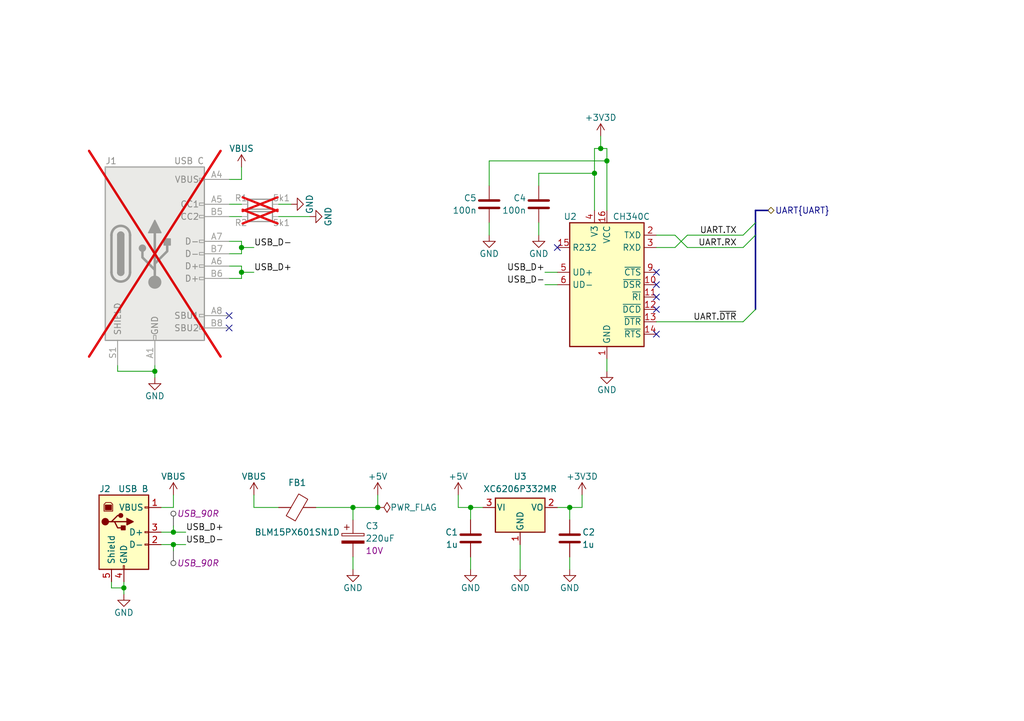
<source format=kicad_sch>
(kicad_sch (version 20231120) (generator "eeschema") (generator_version "8.0")
  (paper "A5")
  (title_block (title "USB Connector and USB->UART Bridge") (date "2024-05-13") (rev "x") (comment 2 "CERN-OHL-W-2.0") (comment 3 "xxxxxxxx") (comment 4 "Filip Piórski"))
  (lib_symbols
    (symbol "Connector:USB_B" (pin_names (offset 1.016))
      (property "Reference" "J" (at -5.08 11.43 0))
      (property "Value" "USB_B" (at -5.08 8.89 0))
      (symbol "USB_B_0_1"
        (rectangle (start -5.08 -7.62) (end 5.08 7.62) (stroke (width 0.254)) (fill (type background)))
        (circle (center -3.81 2.159) (radius 0.635) (stroke (width 0.254)) (fill (type outline)))
        (rectangle (start -3.81 5.588) (end -2.54 4.572) (fill (type outline)))
        (circle (center -0.635 3.429) (radius 0.381) (stroke (width 0.254)) (fill (type outline)))
        (rectangle (start -0.127 -7.62) (end 0.127 -6.858))
        (polyline (pts (xy -1.905 2.159) (xy 0.635 2.159)) (stroke (width 0.254)))
        (polyline (pts (xy -3.175 2.159) (xy -2.54 2.159) (xy -1.27 3.429) (xy -0.635 3.429)) (stroke (width 0.254)))
        (polyline (pts (xy -2.54 2.159) (xy -1.905 2.159) (xy -1.27 0.889) (xy 0 0.889)) (stroke (width 0.254)))
        (polyline (pts (xy 0.635 2.794) (xy 0.635 1.524) (xy 1.905 2.159) (xy 0.635 2.794)) (stroke (width 0.254)) (fill (type outline)))
        (polyline (pts (xy -4.064 4.318) (xy -2.286 4.318) (xy -2.286 5.715) (xy -2.667 6.096) (xy -3.683 6.096) (xy -4.064 5.715) (xy -4.064 4.318)))
        (rectangle (start 0.254 1.27) (end -0.508 0.508) (stroke (width 0.254)) (fill (type outline)))
        (rectangle (start 5.08 -2.667) (end 4.318 -2.413))
        (rectangle (start 5.08 -0.127) (end 4.318 0.127))
        (rectangle (start 5.08 4.953) (end 4.318 5.207))
      )
      (symbol "USB_B_1_1"
        (pin power_out line (at 7.62 5.08 180) (length 2.54) (name "VBUS") (number "1"))
        (pin bidirectional line (at 7.62 -2.54 180) (length 2.54) (name "D-") (number "2"))
        (pin bidirectional line (at 7.62 0 180) (length 2.54) (name "D+") (number "3"))
        (pin power_out line (at 0 -10.16 90) (length 2.54) (name "GND") (number "4"))
        (pin passive line (at -2.54 -10.16 90) (length 2.54) (name "Shield") (number "5"))
      )
    )
    (symbol "Connector:USB_C_Receptacle_USB2.0" (pin_names (offset 1.016))
      (property "Reference" "J" (at -10.16 19.05 0))
      (property "Value" "USB_C_Receptacle_USB2.0" (at 19.05 19.05 0))
      (symbol "USB_C_Receptacle_USB2.0_0_0"
        (rectangle (start -0.254 -17.78) (end 0.254 -16.764))
        (rectangle (start 10.16 -14.986) (end 9.144 -15.494))
        (rectangle (start 10.16 -12.446) (end 9.144 -12.954))
        (rectangle (start 10.16 -4.826) (end 9.144 -5.334))
        (rectangle (start 10.16 -2.286) (end 9.144 -2.794))
        (rectangle (start 10.16 0.254) (end 9.144 -0.254))
        (rectangle (start 10.16 2.794) (end 9.144 2.286))
        (rectangle (start 10.16 7.874) (end 9.144 7.366))
        (rectangle (start 10.16 10.414) (end 9.144 9.906))
        (rectangle (start 10.16 15.494) (end 9.144 14.986))
      )
      (symbol "USB_C_Receptacle_USB2.0_0_1"
        (rectangle (start -10.16 17.78) (end 10.16 -17.78) (stroke (width 0.254)) (fill (type background)))
        (arc (start -8.89 -3.81) (mid -6.985 -5.7067) (end -5.08 -3.81) (stroke (width 0.508)))
        (arc (start -7.62 -3.81) (mid -6.985 -4.4423) (end -6.35 -3.81) (stroke (width 0.254)))
        (arc (start -7.62 -3.81) (mid -6.985 -4.4423) (end -6.35 -3.81) (stroke (width 0.254)) (fill (type outline)))
        (rectangle (start -7.62 -3.81) (end -6.35 3.81) (stroke (width 0.254)) (fill (type outline)))
        (arc (start -6.35 3.81) (mid -6.985 4.4423) (end -7.62 3.81) (stroke (width 0.254)))
        (arc (start -6.35 3.81) (mid -6.985 4.4423) (end -7.62 3.81) (stroke (width 0.254)) (fill (type outline)))
        (arc (start -5.08 3.81) (mid -6.985 5.7067) (end -8.89 3.81) (stroke (width 0.508)))
        (circle (center -2.54 1.143) (radius 0.635) (stroke (width 0.254)) (fill (type outline)))
        (circle (center 0 -5.842) (radius 1.27) (fill (type outline)))
        (polyline (pts (xy -8.89 -3.81) (xy -8.89 3.81)) (stroke (width 0.508)))
        (polyline (pts (xy -5.08 3.81) (xy -5.08 -3.81)) (stroke (width 0.508)))
        (polyline (pts (xy 0 -5.842) (xy 0 4.318)) (stroke (width 0.508)))
        (polyline (pts (xy 0 -3.302) (xy -2.54 -0.762) (xy -2.54 0.508)) (stroke (width 0.508)))
        (polyline (pts (xy 0 -2.032) (xy 2.54 0.508) (xy 2.54 1.778)) (stroke (width 0.508)))
        (polyline (pts (xy -1.27 4.318) (xy 0 6.858) (xy 1.27 4.318) (xy -1.27 4.318)) (stroke (width 0.254)) (fill (type outline)))
        (rectangle (start 1.905 1.778) (end 3.175 3.048) (stroke (width 0.254)) (fill (type outline)))
      )
      (symbol "USB_C_Receptacle_USB2.0_1_1"
        (pin passive line (at 0 -22.86 90) (length 5.08) (name "GND") (number "A1"))
        (pin passive line (at 0 -22.86 90) (length 5.08) hide (name "GND") (number "A12"))
        (pin passive line (at 15.24 15.24 180) (length 5.08) (name "VBUS") (number "A4"))
        (pin bidirectional line (at 15.24 10.16 180) (length 5.08) (name "CC1") (number "A5"))
        (pin bidirectional line (at 15.24 -2.54 180) (length 5.08) (name "D+") (number "A6"))
        (pin bidirectional line (at 15.24 2.54 180) (length 5.08) (name "D-") (number "A7"))
        (pin bidirectional line (at 15.24 -12.7 180) (length 5.08) (name "SBU1") (number "A8"))
        (pin passive line (at 15.24 15.24 180) (length 5.08) hide (name "VBUS") (number "A9"))
        (pin passive line (at 0 -22.86 90) (length 5.08) hide (name "GND") (number "B1"))
        (pin passive line (at 0 -22.86 90) (length 5.08) hide (name "GND") (number "B12"))
        (pin passive line (at 15.24 15.24 180) (length 5.08) hide (name "VBUS") (number "B4"))
        (pin bidirectional line (at 15.24 7.62 180) (length 5.08) (name "CC2") (number "B5"))
        (pin bidirectional line (at 15.24 -5.08 180) (length 5.08) (name "D+") (number "B6"))
        (pin bidirectional line (at 15.24 0 180) (length 5.08) (name "D-") (number "B7"))
        (pin bidirectional line (at 15.24 -15.24 180) (length 5.08) (name "SBU2") (number "B8"))
        (pin passive line (at 15.24 15.24 180) (length 5.08) hide (name "VBUS") (number "B9"))
        (pin passive line (at -7.62 -22.86 90) (length 5.08) (name "SHIELD") (number "S1"))
      )
    )
    (symbol "Device:C" (pin_numbers hide) (pin_names (offset 0.254))
      (property "Reference" "C" (at 0.635 2.54 0))
      (property "Value" "C" (at 0.635 -2.54 0))
      (symbol "C_0_1"
        (polyline (pts (xy -2.032 -0.762) (xy 2.032 -0.762)) (stroke (width 0.508)))
        (polyline (pts (xy -2.032 0.762) (xy 2.032 0.762)) (stroke (width 0.508)))
      )
      (symbol "C_1_1"
        (pin passive line (at 0 3.81 270) (length 2.794) (name "~") (number "1"))
        (pin passive line (at 0 -3.81 90) (length 2.794) (name "~") (number "2"))
      )
    )
    (symbol "Device:C_Polarized" (pin_numbers hide) (pin_names (offset 0.254))
      (property "Reference" "C" (at 0.635 2.54 0))
      (property "Value" "C_Polarized" (at 0.635 -2.54 0))
      (symbol "C_Polarized_0_1"
        (rectangle (start -2.286 0.508) (end 2.286 1.016))
        (polyline (pts (xy -1.778 2.286) (xy -0.762 2.286)))
        (polyline (pts (xy -1.27 2.794) (xy -1.27 1.778)))
        (rectangle (start 2.286 -0.508) (end -2.286 -1.016) (fill (type outline)))
      )
      (symbol "C_Polarized_1_1"
        (pin passive line (at 0 3.81 270) (length 2.794) (name "~") (number "1"))
        (pin passive line (at 0 -3.81 90) (length 2.794) (name "~") (number "2"))
      )
    )
    (symbol "Device:FerriteBead" (pin_numbers hide) (pin_names (offset 0))
      (property "Reference" "FB" (at -3.81 0.635 90))
      (property "Value" "FerriteBead" (at 3.81 0 90))
      (symbol "FerriteBead_0_1"
        (polyline (pts (xy 0 -1.27) (xy 0 -1.2192)))
        (polyline (pts (xy 0 1.27) (xy 0 1.2954)))
        (polyline (pts (xy -2.7686 0.4064) (xy -1.7018 2.2606) (xy 2.7686 -0.3048) (xy 1.6764 -2.159) (xy -2.7686 0.4064)))
      )
      (symbol "FerriteBead_1_1"
        (pin passive line (at 0 3.81 270) (length 2.54) (name "~") (number "1"))
        (pin passive line (at 0 -3.81 90) (length 2.54) (name "~") (number "2"))
      )
    )
    (symbol "Device:R" (pin_numbers hide) (pin_names (offset 0))
      (property "Reference" "R" (at 2.032 0 90))
      (property "Value" "R" (at 0 0 90))
      (symbol "R_0_1"
        (rectangle (start -1.016 -2.54) (end 1.016 2.54) (stroke (width 0.254)))
      )
      (symbol "R_1_1"
        (pin passive line (at 0 3.81 270) (length 1.27) (name "~") (number "1"))
        (pin passive line (at 0 -3.81 90) (length 1.27) (name "~") (number "2"))
      )
    )
    (symbol "Interface_USB:CH340C"
      (property "Reference" "U" (at -5.08 13.97 0))
      (property "Value" "CH340C" (at 1.27 13.97 0))
      (symbol "CH340C_0_1"
        (rectangle (start -7.62 12.7) (end 7.62 -12.7) (stroke (width 0.254)) (fill (type background)))
      )
      (symbol "CH340C_1_1"
        (pin power_in line (at 0 -15.24 90) (length 2.54) (name "GND") (number "1"))
        (pin input line (at 10.16 0 180) (length 2.54) (name "~{DSR}") (number "10"))
        (pin input line (at 10.16 -2.54 180) (length 2.54) (name "~{RI}") (number "11"))
        (pin input line (at 10.16 -5.08 180) (length 2.54) (name "~{DCD}") (number "12"))
        (pin output line (at 10.16 -7.62 180) (length 2.54) (name "~{DTR}") (number "13"))
        (pin output line (at 10.16 -10.16 180) (length 2.54) (name "~{RTS}") (number "14"))
        (pin input line (at -10.16 7.62 0) (length 2.54) (name "R232") (number "15"))
        (pin power_in line (at 0 15.24 270) (length 2.54) (name "VCC") (number "16"))
        (pin output line (at 10.16 10.16 180) (length 2.54) (name "TXD") (number "2"))
        (pin input line (at 10.16 7.62 180) (length 2.54) (name "RXD") (number "3"))
        (pin passive line (at -2.54 15.24 270) (length 2.54) (name "V3") (number "4"))
        (pin bidirectional line (at -10.16 2.54 0) (length 2.54) (name "UD+") (number "5"))
        (pin bidirectional line (at -10.16 0 0) (length 2.54) (name "UD-") (number "6"))
        (pin no_connect line (at -7.62 -7.62 0) (length 2.54) hide (name "NC") (number "7"))
        (pin no_connect line (at -7.62 -10.16 0) (length 2.54) hide (name "NC") (number "8"))
        (pin input line (at 10.16 2.54 180) (length 2.54) (name "~{CTS}") (number "9"))
      )
    )
    (symbol "Regulator_Linear:XC6206PxxxMR" (pin_names (offset 0.254))
      (property "Reference" "U" (at -3.81 3.175 0))
      (property "Value" "XC6206PxxxMR" (at 0 3.175 0))
      (symbol "XC6206PxxxMR_0_1"
        (rectangle (start -5.08 1.905) (end 5.08 -5.08) (stroke (width 0.254)) (fill (type background)))
      )
      (symbol "XC6206PxxxMR_1_1"
        (pin power_in line (at 0 -7.62 90) (length 2.54) (name "GND") (number "1"))
        (pin power_out line (at 7.62 0 180) (length 2.54) (name "VO") (number "2"))
        (pin power_in line (at -7.62 0 0) (length 2.54) (name "VI") (number "3"))
      )
    )
    (symbol "power:+3V3" (power) (pin_names (offset 0))
      (property "Value" "+3V3" (at 0 3.556 0))
      (symbol "+3V3_0_1"
        (polyline (pts (xy -0.762 1.27) (xy 0 2.54)))
        (polyline (pts (xy 0 0) (xy 0 2.54)))
        (polyline (pts (xy 0 2.54) (xy 0.762 1.27)))
      )
      (symbol "+3V3_1_1"
        (pin power_in line (at 0 0 90) (length 0) hide (name "+3V3") (number "1"))
      )
    )
    (symbol "power:+5V" (power) (pin_names (offset 0))
      (property "Value" "+5V" (at 0 3.556 0))
      (symbol "+5V_0_1"
        (polyline (pts (xy -0.762 1.27) (xy 0 2.54)))
        (polyline (pts (xy 0 0) (xy 0 2.54)))
        (polyline (pts (xy 0 2.54) (xy 0.762 1.27)))
      )
      (symbol "+5V_1_1"
        (pin power_in line (at 0 0 90) (length 0) hide (name "+5V") (number "1"))
      )
    )
    (symbol "power:GND" (power) (pin_names (offset 0))
      (property "Value" "GND" (at 0 -3.81 0))
      (symbol "GND_0_1"
        (polyline (pts (xy 0 0) (xy 0 -1.27) (xy 1.27 -1.27) (xy 0 -2.54) (xy -1.27 -1.27) (xy 0 -1.27)))
      )
      (symbol "GND_1_1"
        (pin power_in line (at 0 0 270) (length 0) hide (name "GND") (number "1"))
      )
    )
    (symbol "power:PWR_FLAG" (power) (pin_numbers hide) (pin_names (offset 0) hide)
      (property "Value" "PWR_FLAG" (at 0 3.81 0))
      (symbol "PWR_FLAG_0_0"
        (pin power_out line (at 0 0 90) (length 0) (name "pwr") (number "1"))
      )
      (symbol "PWR_FLAG_0_1"
        (polyline (pts (xy 0 0) (xy 0 1.27) (xy -1.016 1.905) (xy 0 2.54) (xy 1.016 1.905) (xy 0 1.27)))
      )
    )
    (symbol "power:VBUS" (power) (pin_names (offset 0))
      (property "Value" "VBUS" (at 0 3.81 0))
      (symbol "VBUS_0_1"
        (polyline (pts (xy -0.762 1.27) (xy 0 2.54)))
        (polyline (pts (xy 0 0) (xy 0 2.54)))
        (polyline (pts (xy 0 2.54) (xy 0.762 1.27)))
      )
      (symbol "VBUS_1_1"
        (pin power_in line (at 0 0 90) (length 0) hide (name "VBUS") (number "1"))
      )
    )
  )
  (bus_alias "UART" (members "RX" "TX" "~{DTR}"))
  (junction (at 124.46 33.02))
  (junction (at 77.47 104.14))
  (junction (at 25.4 120.65))
  (junction (at 35.56 111.76))
  (junction (at 35.56 109.22))
  (junction (at 72.39 104.14))
  (junction (at 123.19 30.48))
  (junction (at 96.52 104.14))
  (junction (at 49.53 55.88))
  (junction (at 49.53 50.8))
  (junction (at 116.84 104.14))
  (junction (at 121.92 35.56))
  (junction (at 31.75 76.2))
  (no_connect (at 134.62 63.5))
  (no_connect (at 134.62 58.42))
  (no_connect (at 134.62 55.88))
  (no_connect (at 134.62 60.96))
  (no_connect (at 46.99 64.77))
  (no_connect (at 134.62 68.58))
  (no_connect (at 46.99 67.31))
  (no_connect (at 114.3 50.8))
  (bus_entry (at 154.94 45.72) (size -2.54 2.54))
  (bus_entry (at 154.94 63.5) (size -2.54 2.54))
  (bus_entry (at 154.94 48.26) (size -2.54 2.54))
  (wire (pts (xy 106.68 111.76) (xy 106.68 116.84)))
  (wire (pts (xy 100.33 45.72) (xy 100.33 48.26)))
  (wire (pts (xy 110.49 35.56) (xy 110.49 38.1)))
  (wire (pts (xy 100.33 33.02) (xy 100.33 38.1)))
  (wire (pts (xy 124.46 30.48) (xy 124.46 33.02)))
  (wire (pts (xy 124.46 33.02) (xy 124.46 43.18)))
  (wire (pts (xy 35.56 111.76) (xy 35.56 113.03)))
  (wire (pts (xy 72.39 116.84) (xy 72.39 114.3)))
  (wire (pts (xy 31.75 76.2) (xy 31.75 74.93)))
  (wire (pts (xy 57.15 104.14) (xy 52.07 104.14)))
  (wire (pts (xy 49.53 54.61) (xy 49.53 55.88)))
  (wire (pts (xy 35.56 101.6) (xy 35.56 104.14)))
  (wire (pts (xy 116.84 116.84) (xy 116.84 114.3)))
  (wire (pts (xy 96.52 104.14) (xy 96.52 106.68)))
  (wire (pts (xy 25.4 120.65) (xy 25.4 119.38)))
  (wire (pts (xy 124.46 76.2) (xy 124.46 73.66)))
  (wire (pts (xy 111.76 55.88) (xy 114.3 55.88)))
  (wire (pts (xy 96.52 104.14) (xy 93.98 104.14)))
  (wire (pts (xy 49.53 50.8) (xy 49.53 52.07)))
  (wire (pts (xy 46.99 41.91) (xy 49.53 41.91)))
  (bus (pts (xy 154.94 43.18) (xy 154.94 45.72)))
  (wire (pts (xy 77.47 101.6) (xy 77.47 104.14)))
  (wire (pts (xy 57.15 44.45) (xy 63.5 44.45)))
  (wire (pts (xy 49.53 50.8) (xy 52.07 50.8)))
  (wire (pts (xy 121.92 30.48) (xy 123.19 30.48)))
  (wire (pts (xy 49.53 54.61) (xy 46.99 54.61)))
  (wire (pts (xy 110.49 45.72) (xy 110.49 48.26)))
  (wire (pts (xy 49.53 52.07) (xy 46.99 52.07)))
  (wire (pts (xy 49.53 49.53) (xy 46.99 49.53)))
  (wire (pts (xy 33.02 104.14) (xy 35.56 104.14)))
  (wire (pts (xy 49.53 49.53) (xy 49.53 50.8)))
  (wire (pts (xy 138.43 50.8) (xy 140.97 48.26)))
  (wire (pts (xy 22.86 119.38) (xy 22.86 120.65)))
  (wire (pts (xy 134.62 50.8) (xy 138.43 50.8)))
  (wire (pts (xy 119.38 101.6) (xy 119.38 104.14)))
  (wire (pts (xy 93.98 101.6) (xy 93.98 104.14)))
  (wire (pts (xy 49.53 55.88) (xy 52.07 55.88)))
  (wire (pts (xy 49.53 57.15) (xy 46.99 57.15)))
  (wire (pts (xy 49.53 55.88) (xy 49.53 57.15)))
  (wire (pts (xy 121.92 35.56) (xy 121.92 43.18)))
  (wire (pts (xy 116.84 104.14) (xy 119.38 104.14)))
  (wire (pts (xy 134.62 66.04) (xy 152.4 66.04)))
  (wire (pts (xy 46.99 44.45) (xy 49.53 44.45)))
  (wire (pts (xy 57.15 41.91) (xy 59.69 41.91)))
  (wire (pts (xy 24.13 76.2) (xy 24.13 74.93)))
  (wire (pts (xy 116.84 104.14) (xy 116.84 106.68)))
  (wire (pts (xy 35.56 111.76) (xy 38.1 111.76)))
  (wire (pts (xy 114.3 104.14) (xy 116.84 104.14)))
  (wire (pts (xy 123.19 30.48) (xy 124.46 30.48)))
  (wire (pts (xy 121.92 30.48) (xy 121.92 35.56)))
  (wire (pts (xy 99.06 104.14) (xy 96.52 104.14)))
  (wire (pts (xy 25.4 121.92) (xy 25.4 120.65)))
  (wire (pts (xy 110.49 35.56) (xy 121.92 35.56)))
  (wire (pts (xy 140.97 50.8) (xy 152.4 50.8)))
  (bus (pts (xy 154.94 45.72) (xy 154.94 48.26)))
  (wire (pts (xy 46.99 36.83) (xy 49.53 36.83)))
  (wire (pts (xy 96.52 116.84) (xy 96.52 114.3)))
  (wire (pts (xy 140.97 48.26) (xy 152.4 48.26)))
  (bus (pts (xy 157.48 43.18) (xy 154.94 43.18)))
  (wire (pts (xy 35.56 109.22) (xy 38.1 109.22)))
  (wire (pts (xy 24.13 76.2) (xy 31.75 76.2)))
  (bus (pts (xy 154.94 48.26) (xy 154.94 63.5)))
  (wire (pts (xy 123.19 27.94) (xy 123.19 30.48)))
  (wire (pts (xy 33.02 109.22) (xy 35.56 109.22)))
  (wire (pts (xy 124.46 33.02) (xy 100.33 33.02)))
  (wire (pts (xy 138.43 48.26) (xy 140.97 50.8)))
  (wire (pts (xy 111.76 58.42) (xy 114.3 58.42)))
  (wire (pts (xy 64.77 104.14) (xy 72.39 104.14)))
  (wire (pts (xy 31.75 77.47) (xy 31.75 76.2)))
  (wire (pts (xy 35.56 107.95) (xy 35.56 109.22)))
  (wire (pts (xy 72.39 106.68) (xy 72.39 104.14)))
  (wire (pts (xy 52.07 101.6) (xy 52.07 104.14)))
  (wire (pts (xy 33.02 111.76) (xy 35.56 111.76)))
  (wire (pts (xy 22.86 120.65) (xy 25.4 120.65)))
  (wire (pts (xy 72.39 104.14) (xy 77.47 104.14)))
  (wire (pts (xy 134.62 48.26) (xy 138.43 48.26)))
  (wire (pts (xy 49.53 34.29) (xy 49.53 36.83)))
  (label "USB_D+" (at 38.1 109.22 0))
  (label "USB_D+" (at 52.07 55.88 0))
  (label "USB_D+" (at 111.76 55.88 180))
  (label "USB_D-" (at 38.1 111.76 0))
  (label "UART.TX" (at 151.13 48.26 180))
  (label "UART.RX" (at 151.13 50.8 180))
  (label "UART.~{DTR}" (at 151.13 66.04 180))
  (label "USB_D-" (at 52.07 50.8 0))
  (label "USB_D-" (at 111.76 58.42 180))
  (hierarchical_label "UART{UART}" (shape bidirectional) (at 157.48 43.18 0))
  (netclass_flag "" (length 2.54) (shape round) (at 35.56 107.95 0) (property "Netclass" "USB_90R" (at 36.2585 105.41 0) (effects (font (italic yes)) (justify left))))
  (netclass_flag "" (length 2.54) (shape round) (at 35.56 113.03 180) (property "Netclass" "USB_90R" (at 36.2585 115.57 0) (effects (font (italic yes)) (justify left))))
  (symbol (lib_id "power:GND") (at 63.5 44.45 90) (unit 1)
    (property "Reference" "#PWR010" (effects (hide yes)))
    (property "Value" "GND" (at 67.31 44.45 0))
    (property "Description" "Power symbol creates a global label with name \"GND\" , ground" (effects (hide yes)))
  )
  (symbol (lib_id "power:VBUS") (at 35.56 101.6 0) (unit 1)
    (property "Reference" "#PWR012" (effects (hide yes)))
    (property "Value" "VBUS" (at 35.56 97.79 0))
    (property "Description" "Power symbol creates a global label with name \"VBUS\"" (effects (hide yes)))
  )
  (symbol (lib_id "power:GND") (at 110.49 48.26 0) (unit 1)
    (property "Reference" "#PWR022" (effects (hide yes)))
    (property "Value" "GND" (at 110.49 52.07 0))
    (property "Description" "Power symbol creates a global label with name \"GND\" , ground" (effects (hide yes)))
  )
  (symbol (lib_id "Regulator_Linear:XC6206PxxxMR") (at 106.68 104.14 0) (unit 1)
    (property "Reference" "U3" (at 106.68 97.79 0))
    (property "Value" "XC6206P332MR" (at 106.68 100.33 0))
    (property "Footprint" "Package_TO_SOT_SMD:SOT-23-3" (effects (hide yes)))
    (property "Datasheet" "https://www.torexsemi.com/file/xc6206/XC6206.pdf" (effects (hide yes)))
    (property "Description" "Positive 60-250mA Low Dropout Regulator, Fixed Output, SOT-23" (effects (hide yes)))
    (property "LCSC" "C5148692" (effects (hide yes)))
  )
  (symbol (lib_id "power:PWR_FLAG") (at 77.47 104.14 270) (unit 1)
    (property "Reference" "#FLG03" (effects (hide yes)))
    (property "Value" "PWR_FLAG" (at 80.01 104.14 90) (effects (justify left)))
    (property "Description" "Special symbol for telling ERC where power comes from" (effects (hide yes)))
  )
  (symbol (lib_id "power:GND") (at 116.84 116.84 0) (unit 1)
    (property "Reference" "#PWR015" (effects (hide yes)))
    (property "Value" "GND" (at 116.84 120.65 0))
    (property "Description" "Power symbol creates a global label with name \"GND\" , ground" (effects (hide yes)))
  )
  (symbol (lib_id "power:+5V") (at 77.47 101.6 0) (mirror y) (unit 1)
    (property "Reference" "#PWR020" (effects (hide yes)))
    (property "Value" "+5V" (at 77.47 97.79 0))
    (property "Description" "Power symbol creates a global label with name \"+5V\"" (effects (hide yes)))
  )
  (symbol (lib_id "Device:FerriteBead") (at 60.96 104.14 90) (unit 1)
    (property "Reference" "FB1" (at 60.96 99.06 90))
    (property "Value" "BLM15PX601SN1D" (at 60.96 109.22 90))
    (property "Footprint" "Inductor_SMD:L_0402_1005Metric" (effects (hide yes)))
    (property "Description" "Ferrite bead" (effects (hide yes)))
    (property "LCSC" "C160977" (effects (hide yes)))
  )
  (symbol (lib_id "power:VBUS") (at 49.53 34.29 0) (unit 1)
    (property "Reference" "#PWR011" (effects (hide yes)))
    (property "Value" "VBUS" (at 49.53 30.48 0))
    (property "Description" "Power symbol creates a global label with name \"VBUS\"" (effects (hide yes)))
  )
  (symbol (lib_id "power:+3V3") (at 123.19 27.94 0) (unit 1)
    (property "Reference" "#PWR024" (effects (hide yes)))
    (property "Value" "+3V3D" (at 123.19 24.13 0))
    (property "Description" "Power symbol creates a global label with name \"+3V3\"" (effects (hide yes)))
  )
  (symbol (lib_id "Device:C_Polarized") (at 72.39 110.49 0) (unit 1)
    (property "Reference" "C3" (at 74.93 107.95 0) (effects (justify left)))
    (property "Value" "220uF" (at 74.93 110.49 0) (effects (justify left)))
    (property "Footprint" "Capacitor_THT:CP_Radial_D6.3mm_P2.50mm" (effects (hide yes)))
    (property "Description" "Polarized capacitor" (effects (hide yes)))
    (property "Voltage" "10V" (at 74.93 113.03 0) (effects (justify left)))
    (property "LCSC" "C43318" (effects (hide yes)))
  )
  (symbol (lib_id "power:+3V3") (at 119.38 101.6 0) (unit 1)
    (property "Reference" "#PWR042" (effects (hide yes)))
    (property "Value" "+3V3D" (at 119.38 97.79 0))
    (property "Description" "Power symbol creates a global label with name \"+3V3\"" (effects (hide yes)))
  )
  (symbol (lib_id "power:GND") (at 124.46 76.2 0) (unit 1)
    (property "Reference" "#PWR013" (effects (hide yes)))
    (property "Value" "GND" (at 124.46 80.01 0))
    (property "Description" "Power symbol creates a global label with name \"GND\" , ground" (effects (hide yes)))
  )
  (symbol (lib_id "Connector:USB_C_Receptacle_USB2.0") (at 31.75 52.07 0) (unit 1) (in_bom no) (dnp yes)
    (property "Reference" "J1" (at 21.59 33.02 0) (effects (justify left)))
    (property "Value" "USB C" (at 41.91 33.02 0) (effects (justify right)))
    (property "Footprint" "Connector_USB:USB_C_Receptacle_HRO_TYPE-C-31-M-12" (effects (hide yes)))
    (property "Datasheet" "https://www.usb.org/sites/default/files/documents/usb_type-c.zip" (effects (hide yes)))
    (property "Description" "USB 2.0-only Type-C Receptacle connector" (effects (hide yes)))
    (property "LCSC" "C165948" (effects (hide yes)))
  )
  (symbol (lib_id "Device:R") (at 53.34 44.45 90) (unit 1) (in_bom no) (dnp yes)
    (property "Reference" "R2" (at 50.8 45.72 90) (effects (justify left)))
    (property "Value" "5k1" (at 55.88 45.72 90) (effects (justify right)))
    (property "Footprint" "Resistor_SMD:R_0402_1005Metric" (effects (hide yes)))
    (property "Description" "Resistor" (effects (hide yes)))
  )
  (symbol (lib_id "power:GND") (at 96.52 116.84 0) (unit 1)
    (property "Reference" "#PWR016" (effects (hide yes)))
    (property "Value" "GND" (at 96.52 120.65 0))
    (property "Description" "Power symbol creates a global label with name \"GND\" , ground" (effects (hide yes)))
  )
  (symbol (lib_id "Device:R") (at 53.34 41.91 90) (unit 1) (in_bom no) (dnp yes)
    (property "Reference" "R1" (at 50.8 40.64 90) (effects (justify left)))
    (property "Value" "5k1" (at 55.88 40.64 90) (effects (justify right)))
    (property "Footprint" "Resistor_SMD:R_0402_1005Metric" (effects (hide yes)))
    (property "Description" "Resistor" (effects (hide yes)))
  )
  (symbol (lib_id "power:GND") (at 59.69 41.91 90) (unit 1)
    (property "Reference" "#PWR08" (effects (hide yes)))
    (property "Value" "GND" (at 63.5 41.91 0))
    (property "Description" "Power symbol creates a global label with name \"GND\" , ground" (effects (hide yes)))
  )
  (symbol (lib_id "Connector:USB_B") (at 25.4 109.22 0) (unit 1)
    (property "Reference" "J2" (at 20.32 100.33 0) (effects (justify left)))
    (property "Value" "USB B" (at 30.48 100.33 0) (effects (justify right)))
    (property "Footprint" "Connector_USB:USB_B_OST_USB-B1HSxx_Horizontal" (effects (hide yes)))
    (property "Datasheet" " ~" (effects (hide yes)))
    (property "Description" "USB Type B connector" (effects (hide yes)))
    (property "LCSC" "C46392" (effects (hide yes)))
  )
  (symbol (lib_id "Device:C") (at 96.52 110.49 0) (mirror y) (unit 1)
    (property "Reference" "C1" (at 93.98 109.22 0) (effects (justify left)))
    (property "Value" "1u" (at 93.98 111.76 0) (effects (justify left)))
    (property "Footprint" "Capacitor_SMD:C_0402_1005Metric" (effects (hide yes)))
    (property "Description" "Unpolarized capacitor" (effects (hide yes)))
  )
  (symbol (lib_id "Interface_USB:CH340C") (at 124.46 58.42 0) (unit 1)
    (property "Reference" "U2" (at 115.57 44.45 0) (effects (justify left)))
    (property "Value" "CH340C" (at 133.35 44.45 0) (effects (justify right)))
    (property "Footprint" "Package_SO:SOIC-16_3.9x9.9mm_P1.27mm" (effects (hide yes)))
    (property "Datasheet" "https://datasheet.lcsc.com/szlcsc/Jiangsu-Qin-Heng-CH340C_C84681.pdf" (effects (hide yes)))
    (property "Description" "USB serial converter, UART, SOIC-16" (effects (hide yes)))
    (property "LCSC" "C84681" (effects (hide yes)))
  )
  (symbol (lib_id "Device:C") (at 110.49 41.91 0) (mirror y) (unit 1)
    (property "Reference" "C4" (at 107.95 40.64 0) (effects (justify left)))
    (property "Value" "100n" (at 107.95 43.18 0) (effects (justify left)))
    (property "Footprint" "Capacitor_SMD:C_0402_1005Metric" (effects (hide yes)))
    (property "Description" "Unpolarized capacitor" (effects (hide yes)))
  )
  (symbol (lib_id "power:GND") (at 31.75 77.47 0) (unit 1)
    (property "Reference" "#PWR07" (effects (hide yes)))
    (property "Value" "GND" (at 31.75 81.28 0))
    (property "Description" "Power symbol creates a global label with name \"GND\" , ground" (effects (hide yes)))
  )
  (symbol (lib_id "Device:C") (at 116.84 110.49 0) (unit 1)
    (property "Reference" "C2" (at 119.38 109.22 0) (effects (justify left)))
    (property "Value" "1u" (at 119.38 111.76 0) (effects (justify left)))
    (property "Footprint" "Capacitor_SMD:C_0402_1005Metric" (effects (hide yes)))
    (property "Description" "Unpolarized capacitor" (effects (hide yes)))
  )
  (symbol (lib_id "power:GND") (at 72.39 116.84 0) (unit 1)
    (property "Reference" "#PWR021" (effects (hide yes)))
    (property "Value" "GND" (at 72.39 120.65 0))
    (property "Description" "Power symbol creates a global label with name \"GND\" , ground" (effects (hide yes)))
  )
  (symbol (lib_id "power:GND") (at 106.68 116.84 0) (unit 1)
    (property "Reference" "#PWR014" (effects (hide yes)))
    (property "Value" "GND" (at 106.68 120.65 0))
    (property "Description" "Power symbol creates a global label with name \"GND\" , ground" (effects (hide yes)))
  )
  (symbol (lib_id "Device:C") (at 100.33 41.91 0) (mirror y) (unit 1)
    (property "Reference" "C5" (at 97.79 40.64 0) (effects (justify left)))
    (property "Value" "100n" (at 97.79 43.18 0) (effects (justify left)))
    (property "Footprint" "Capacitor_SMD:C_0402_1005Metric" (effects (hide yes)))
    (property "Description" "Unpolarized capacitor" (effects (hide yes)))
  )
  (symbol (lib_id "power:GND") (at 100.33 48.26 0) (unit 1)
    (property "Reference" "#PWR023" (effects (hide yes)))
    (property "Value" "GND" (at 100.33 52.07 0))
    (property "Description" "Power symbol creates a global label with name \"GND\" , ground" (effects (hide yes)))
  )
  (symbol (lib_id "power:VBUS") (at 52.07 101.6 0) (mirror y) (unit 1)
    (property "Reference" "#PWR019" (effects (hide yes)))
    (property "Value" "VBUS" (at 52.07 97.79 0))
    (property "Description" "Power symbol creates a global label with name \"VBUS\"" (effects (hide yes)))
  )
  (symbol (lib_id "power:GND") (at 25.4 121.92 0) (unit 1)
    (property "Reference" "#PWR09" (effects (hide yes)))
    (property "Value" "GND" (at 25.4 125.73 0))
    (property "Description" "Power symbol creates a global label with name \"GND\" , ground" (effects (hide yes)))
  )
  (symbol (lib_id "power:+5V") (at 93.98 101.6 0) (unit 1)
    (property "Reference" "#PWR017" (effects (hide yes)))
    (property "Value" "+5V" (at 93.98 97.79 0))
    (property "Description" "Power symbol creates a global label with name \"+5V\"" (effects (hide yes)))
  )
)
</source>
